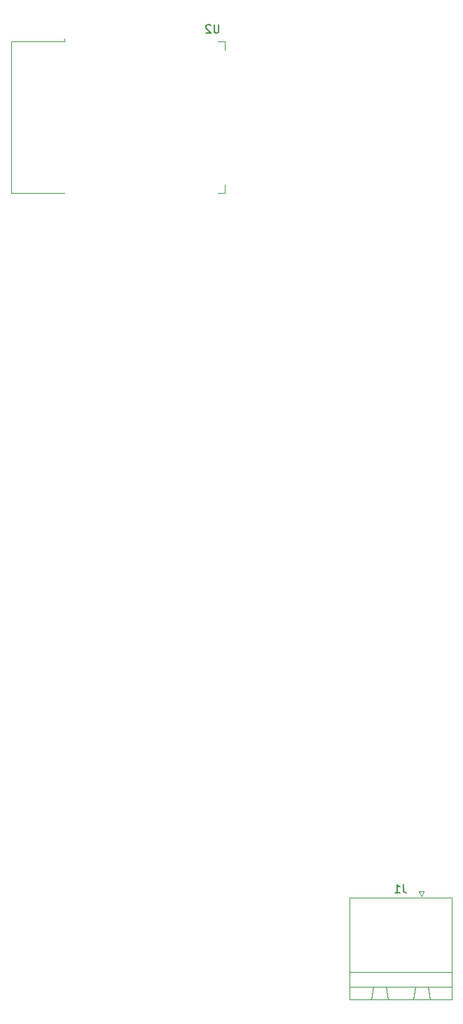
<source format=gbo>
G04 #@! TF.GenerationSoftware,KiCad,Pcbnew,(5.1.5-0-10_14)*
G04 #@! TF.CreationDate,2019-12-22T16:06:01+01:00*
G04 #@! TF.ProjectId,hackerspacesnl,6861636b-6572-4737-9061-6365736e6c2e,rev?*
G04 #@! TF.SameCoordinates,Original*
G04 #@! TF.FileFunction,Legend,Bot*
G04 #@! TF.FilePolarity,Positive*
%FSLAX46Y46*%
G04 Gerber Fmt 4.6, Leading zero omitted, Abs format (unit mm)*
G04 Created by KiCad (PCBNEW (5.1.5-0-10_14)) date 2019-12-22 16:06:01*
%MOMM*%
%LPD*%
G04 APERTURE LIST*
%ADD10C,0.120000*%
%ADD11C,0.150000*%
G04 APERTURE END LIST*
D10*
X82507100Y-170013200D02*
X81907100Y-170013200D01*
X82207100Y-170613200D02*
X82507100Y-170013200D01*
X81907100Y-170013200D02*
X82207100Y-170613200D01*
X77877100Y-181533200D02*
X78127100Y-183033200D01*
X76377100Y-181533200D02*
X77877100Y-181533200D01*
X76127100Y-183033200D02*
X76377100Y-181533200D01*
X78127100Y-183033200D02*
X76127100Y-183033200D01*
X82957100Y-181533200D02*
X83207100Y-183033200D01*
X81457100Y-181533200D02*
X82957100Y-181533200D01*
X81207100Y-183033200D02*
X81457100Y-181533200D01*
X83207100Y-183033200D02*
X81207100Y-183033200D01*
X73477100Y-181533200D02*
X85857100Y-181533200D01*
X73477100Y-179733200D02*
X73477100Y-181533200D01*
X85857100Y-179733200D02*
X73477100Y-179733200D01*
X85857100Y-181533200D02*
X85857100Y-179733200D01*
X73477100Y-170813200D02*
X85857100Y-170813200D01*
X73477100Y-183033200D02*
X73477100Y-170813200D01*
X85857100Y-183033200D02*
X73477100Y-183033200D01*
X85857100Y-170813200D02*
X85857100Y-183033200D01*
X39074700Y-67515100D02*
X39074700Y-67135100D01*
X32654700Y-67515100D02*
X39074700Y-67515100D01*
X32654700Y-85755100D02*
X39074700Y-85755100D01*
X32654700Y-67515100D02*
X32654700Y-85755100D01*
X58399700Y-85755100D02*
X58399700Y-84755100D01*
X57619700Y-85755100D02*
X58399700Y-85755100D01*
X58399700Y-67515100D02*
X58399700Y-68515100D01*
X57619700Y-67515100D02*
X58399700Y-67515100D01*
D11*
X80000433Y-169175580D02*
X80000433Y-169889866D01*
X80048052Y-170032723D01*
X80143290Y-170127961D01*
X80286147Y-170175580D01*
X80381385Y-170175580D01*
X79000433Y-170175580D02*
X79571861Y-170175580D01*
X79286147Y-170175580D02*
X79286147Y-169175580D01*
X79381385Y-169318438D01*
X79476623Y-169413676D01*
X79571861Y-169461295D01*
X57711604Y-65477480D02*
X57711604Y-66287004D01*
X57663985Y-66382242D01*
X57616366Y-66429861D01*
X57521128Y-66477480D01*
X57330652Y-66477480D01*
X57235414Y-66429861D01*
X57187795Y-66382242D01*
X57140176Y-66287004D01*
X57140176Y-65477480D01*
X56711604Y-65572719D02*
X56663985Y-65525100D01*
X56568747Y-65477480D01*
X56330652Y-65477480D01*
X56235414Y-65525100D01*
X56187795Y-65572719D01*
X56140176Y-65667957D01*
X56140176Y-65763195D01*
X56187795Y-65906052D01*
X56759223Y-66477480D01*
X56140176Y-66477480D01*
M02*

</source>
